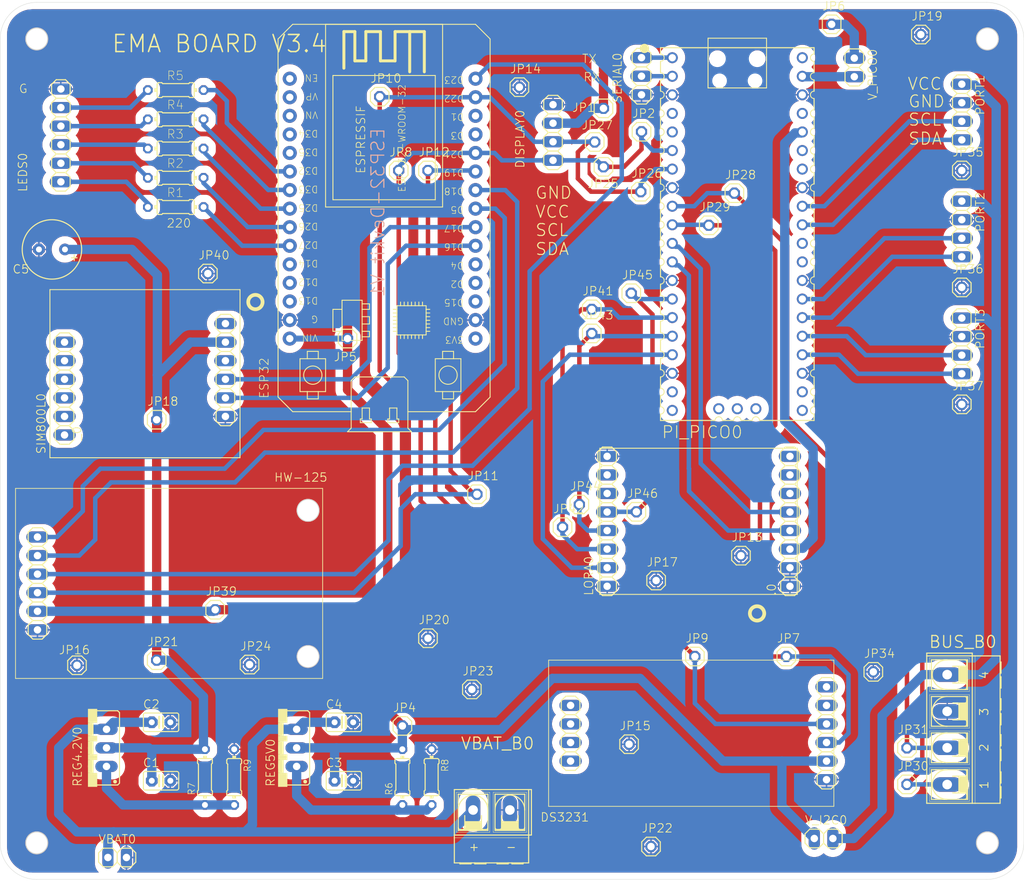
<source format=kicad_pcb>
(kicad_pcb (version 20241229) (generator "pcbnew") (generator_version "9.0")
  (layers (0 "F.Cu" signal) (2 "B.Cu" signal) (13 "F.Paste" user) (15 "B.Paste" user) (5 "F.SilkS" user "F.Silkscreen") (7 "B.SilkS" user "B.Silkscreen") (1 "F.Mask" user) (3 "B.Mask" user) (25 "Edge.Cuts" user))
  (net 0 "")
  (net 1 "N$1")
  (net 2 "N$2")
  (net 3 "N$3")
  (net 4 "N$4")
  (net 5 "N$5")
  (net 6 "N$6")
  (net 7 "N$7")
  (net 8 "N$8")
  (net 9 "N$9")
  (net 10 "N$10")
  (net 11 "GND")
  (net 12 "VCC")
  (net 13 "SCL")
  (net 14 "N$18")
  (net 15 "N$19")
  (net 16 "SDA")
  (net 17 "3V3")
  (net 18 "SCK")
  (net 19 "MISO")
  (net 20 "MOSI")
  (net 21 "CS")
  (net 22 "RX")
  (net 23 "TX")
  (net 24 "DSCK")
  (net 25 "DMOSI")
  (net 26 "DRST")
  (net 27 "DCS")
  (net 28 "N$11")
  (net 29 "N$13")
  (net 30 "N$14")
  (net 31 "N$15")
  (net 32 "N$16")
  (net 33 "N$21")
  (net 34 "N$22")
  (net 35 "VREG")
  (net 36 "VIN")
  (net 37 "DMISO")
  (net 38 "N$27")
  (net 39 "N$29")
  (net 40 "DIO0")
  (net 41 "SCL2")
  (net 42 "SDA3")
  (net 43 "SCL3")
  (net 44 "SDA4")
  (net 45 "SCL4")
  (net 46 "SDA5")
  (net 47 "SCL5")
  (net 48 "SDA6")
  (net 49 "SCL6")
  (net 50 "SDA7")
  (net 51 "SCL7")
  (net 52 "SDA2")
  (net 53 "VBUS")
  (net 54 "SWGND")
  (net 55 "VCC3")
  (net 56 "VCC2")
  (net 57 "N$12")
  (net 58 "N$17")
  (footprint "board:1X06_325" (layer "F.Cu") (at 86.8011 63.2036 90)
    (property "Reference" "LEDS0")
    (property "Value" "")
  )
  (footprint "board:0204_7_334" (layer "F.Cu") (at 102.5011 73.0036)
    (property "Reference" "R1")
    (property "Value" "220")
  )
  (footprint "board:1X01_325" (layer "F.Cu") (at 159.4011 90.3036)
    (property "Reference" "JP43")
    (property "Value" "")
  )
  (footprint "board:1X01_325" (layer "F.Cu") (at 164.8011 84.8036)
    (property "Reference" "JP45")
    (property "Value" "")
  )
  (footprint "board:0204_7_334" (layer "F.Cu") (at 110.5011 151.0036 -90)
    (property "Reference" "R9")
    (property "Value" "510")
  )
  (footprint "board:1X04_325" (layer "F.Cu") (at 154.1011 62.8036 90)
    (property "Reference" "DISPLAY0")
    (property "Value" "")
  )
  (footprint "board:1X01_325" (layer "F.Cu") (at 112.6011 135.6036)
    (property "Reference" "JP24")
    (property "Value" "")
  )
  (footprint "board:C2.5-2_116" (layer "F.Cu") (at 125.5011 151.5036)
    (property "Reference" "C3")
    (property "Value" "1uF")
  )
  (footprint "board:0204_7_334" (layer "F.Cu") (at 133.5011 151.0036 90)
    (property "Reference" "R6")
    (property "Value" "330")
  )
  (footprint "board:ESP32-DEVKITV1" (layer "F.Cu") (at 143.5011 91.0036 90)
    (property "Reference" "ESP32")
    (property "Value" "ESP32DEVKITV1" (hide yes))
  )
  (footprint "board:0204_7_334" (layer "F.Cu") (at 102.5011 69.0036)
    (property "Reference" "R2")
    (property "Value" "220")
  )
  (footprint "board:1X01_325" (layer "F.Cu") (at 155.4011 116.8036)
    (property "Reference" "JP42")
    (property "Value" "")
  )
  (footprint "board:1X02_325" (layer "F.Cu") (at 195.3011 53.9036 -90)
    (property "Reference" "V_PICO0")
    (property "Value" "")
  )
  (footprint "board:PICO-PKG-TH" (layer "F.Cu") (at 179.3011 76.7036)
    (property "Reference" "PI_PICO0")
    (property "Value" "RASPBERRY_PICOTH")
  )
  (footprint "board:1X01_325" (layer "F.Cu") (at 99.9011 135.0036)
    (property "Reference" "JP21")
    (property "Value" "")
  )
  (footprint "board:1X02_325" (layer "F.Cu") (at 191.1011 159.4036)
    (property "Reference" "V_I2C0")
    (property "Value" "")
  )
  (footprint "board:1X03_325" (layer "F.Cu") (at 166.2011 55.1036 -90)
    (property "Reference" "SERIAL0")
    (property "Value" "")
  )
  (footprint "board:1X04_325" (layer "F.Cu") (at 210.0011 76.0036 -90)
    (property "Reference" "PORT2")
    (property "Value" "")
  )
  (footprint "board:1X01_325" (layer "F.Cu") (at 202.5011 152.0036)
    (property "Reference" "JP30")
    (property "Value" "")
  )
  (footprint "board:1X06_325" (layer "F.Cu") (at 83.6011 124.5036 -90)
    (property "Reference" "HW-125")
    (property "Value" "")
  )
  (footprint "board:1X01_325" (layer "F.Cu") (at 107.9011 128.1036)
    (property "Reference" "JP39")
    (property "Value" "")
  )
  (footprint "board:1X01_325" (layer "F.Cu") (at 166.2011 62.7036)
    (property "Reference" "JP2")
    (property "Value" "")
  )
  (footprint "board:317TS_409" (layer "F.Cu") (at 116.5011 147.0036 90)
    (property "Reference" "REG5V0")
    (property "Value" "LM350")
  )
  (footprint "board:1X01_325" (layer "F.Cu") (at 186.0011 134.5036)
    (property "Reference" "JP7")
    (property "Value" "")
  )
  (footprint "board:1X01_325" (layer "F.Cu") (at 173.5011 134.5036)
    (property "Reference" "JP9")
    (property "Value" "")
  )
  (footprint "board:1X01_325" (layer "F.Cu") (at 164.5011 146.5036)
    (property "Reference" "JP15")
    (property "Value" "")
  )
  (footprint "board:1X01_325" (layer "F.Cu") (at 157.7011 113.7036)
    (property "Reference" "JP44")
    (property "Value" "")
  )
  (footprint "board:1X01_325" (layer "F.Cu") (at 137.0011 132.0036)
    (property "Reference" "JP20")
    (property "Value" "")
  )
  (footprint "board:1X01_325" (layer "F.Cu") (at 159.8011 64.1036)
    (property "Reference" "JP27")
    (property "Value" "")
  )
  (footprint "board:0204_7_334" (layer "F.Cu") (at 102.5011 61.0036)
    (property "Reference" "R4")
    (property "Value" "220")
  )
  (footprint "board:317TS_409" (layer "F.Cu") (at 90.5011 147.0036 90)
    (property "Reference" "REG4.2V0")
    (property "Value" "LM350")
  )
  (footprint "board:1X01_325" (layer "F.Cu") (at 161.0011 59.5036)
    (property "Reference" "JP1")
    (property "Value" "")
  )
  (footprint "board:E3,5-8_334" (layer "F.Cu") (at 85.5791 78.8036 180)
    (property "Reference" "C5")
    (property "Value" "470uF")
  )
  (footprint "board:1X01_325" (layer "F.Cu") (at 167.5011 160.5036)
    (property "Reference" "JP22")
    (property "Value" "")
  )
  (footprint "board:1X01_325" (layer "F.Cu") (at 161.0011 67.5036)
    (property "Reference" "JP25")
    (property "Value" "")
  )
  (footprint "board:1X01_325" (layer "F.Cu") (at 210.0011 100.0036)
    (property "Reference" "JP37")
    (property "Value" "")
  )
  (footprint "board:0204_7_334" (layer "F.Cu") (at 137.5011 151.0036 -90)
    (property "Reference" "R8")
    (property "Value" "1k")
  )
  (footprint "board:1X01_325" (layer "F.Cu") (at 133.0011 68.0036)
    (property "Reference" "JP8")
    (property "Value" "")
  )
  (footprint "board:C2.5-2_116" (layer "F.Cu") (at 125.5011 143.5036)
    (property "Reference" "C4")
    (property "Value" "0.1uF")
  )
  (footprint "board:1X06_325" (layer "F.Cu") (at 87.3011 97.8436 90)
    (property "Reference" "_0")
    (property "Value" "")
  )
  (footprint "board:AK500_4-H_181" (layer "F.Cu") (at 208.0011 144.5036 90)
    (property "Reference" "BUS_B0")
    (property "Value" "")
  )
  (footprint "board:1X01_325" (layer "F.Cu") (at 197.9011 136.6036)
    (property "Reference" "JP34")
    (property "Value" "")
  )
  (footprint "board:1X01_325" (layer "F.Cu") (at 168.2011 124.1036)
    (property "Reference" "JP17")
    (property "Value" "")
  )
  (footprint "board:1X01_325" (layer "F.Cu") (at 133.5011 144.0036)
    (property "Reference" "JP4")
    (property "Value" "")
  )
  (footprint "board:1X01_325" (layer "F.Cu") (at 204.4011 49.4036)
    (property "Reference" "JP19")
    (property "Value" "")
  )
  (footprint "board:1X01_325" (layer "F.Cu") (at 89.0011 135.7036)
    (property "Reference" "JP16")
    (property "Value" "")
  )
  (footprint "board:1X08_325" (layer "F.Cu") (at 161.5011 116.0036 90)
    (property "Reference" "LORA0")
    (property "Value" "")
  )
  (footprint "board:1X01_325" (layer "F.Cu") (at 210.0011 68.0036)
    (property "Reference" "JP35")
    (property "Value" "")
  )
  (footprint "board:1X01_325" (layer "F.Cu") (at 202.5011 147.0036)
    (property "Reference" "JP31")
    (property "Value" "")
  )
  (footprint "board:1X01_325" (layer "F.Cu") (at 159.4011 87.0036)
    (property "Reference" "JP41")
    (property "Value" "")
  )
  (footprint "board:1X04_325" (layer "F.Cu") (at 156.5011 145.0036 90)
    (property "Reference" "JP3" (hide yes))
    (property "Value" "")
  )
  (footprint "board:1X01_325" (layer "F.Cu") (at 175.4011 75.5036)
    (property "Reference" "JP29")
    (property "Value" "")
  )
  (footprint "board:1X01_325" (layer "F.Cu") (at 192.2011 48.0036)
    (property "Reference" "JP6")
    (property "Value" "")
  )
  (footprint "board:0204_7_334" (layer "F.Cu") (at 106.5011 151.0036 90)
    (property "Reference" "R7")
    (property "Value" "220")
  )
  (footprint "board:1X06_325" (layer "F.Cu") (at 109.3011 95.3036 -90)
    (property "Reference" "SIM800L0")
    (property "Value" "")
  )
  (footprint "board:1X01_325" (layer "F.Cu") (at 126.0011 91.0036 180)
    (property "Reference" "JP5")
    (property "Value" "")
  )
  (footprint "board:1X01_325" (layer "F.Cu") (at 106.9011 82.1036)
    (property "Reference" "JP40")
    (property "Value" "")
  )
  (footprint "board:1X01_325" (layer "F.Cu") (at 143.7011 112.3036)
    (property "Reference" "JP11")
    (property "Value" "")
  )
  (footprint "board:1X01_325" (layer "F.Cu") (at 165.5011 114.7036)
    (property "Reference" "JP46")
    (property "Value" "")
  )
  (footprint "board:1X02_325" (layer "F.Cu") (at 94.5011 162.0036)
    (property "Reference" "VBAT0")
    (property "Value" "")
  )
  (footprint "board:0204_7_334" (layer "F.Cu") (at 102.5011 65.0036)
    (property "Reference" "R3")
    (property "Value" "220")
  )
  (footprint "board:1X01_325" (layer "F.Cu") (at 179.8011 120.7036)
    (property "Reference" "JP13")
    (property "Value" "")
  )
  (footprint "board:C2.5-2_116" (layer "F.Cu") (at 100.5011 143.5036)
    (property "Reference" "C2")
    (property "Value" "0.1uF")
  )
  (footprint "board:1X01_325" (layer "F.Cu") (at 143.0011 139.0036)
    (property "Reference" "JP23")
    (property "Value" "")
  )
  (footprint "board:1X06_325" (layer "F.Cu") (at 191.5011 145.0036 -90)
    (property "Reference" "DS3231")
    (property "Value" "")
  )
  (footprint "board:1X01_325" (layer "F.Cu") (at 99.9011 102.1036)
    (property "Reference" "JP18")
    (property "Value" "")
  )
  (footprint "board:1X01_325" (layer "F.Cu") (at 178.9011 71.1036)
    (property "Reference" "JP28")
    (property "Value" "")
  )
  (footprint "board:1X04_325" (layer "F.Cu") (at 210.0011 60.0036 -90)
    (property "Reference" "PORT1")
    (property "Value" "")
  )
  (footprint "board:1X08_325" (layer "F.Cu") (at 186.5011 116.0036 90)
    (property "Reference" ".0")
    (property "Value" "")
  )
  (footprint "board:1X01_325" (layer "F.Cu") (at 210.0011 84.0036)
    (property "Reference" "JP36")
    (property "Value" "")
  )
  (footprint "board:1X01_325" (layer "F.Cu") (at 166.1011 70.9036)
    (property "Reference" "JP26")
    (property "Value" "")
  )
  (footprint "board:C2.5-2_116" (layer "F.Cu") (at 100.5011 151.5036)
    (property "Reference" "C1")
    (property "Value" "1uF")
  )
  (footprint "board:1X01_325" (layer "F.Cu") (at 130.4011 57.9036)
    (property "Reference" "JP10")
    (property "Value" "")
  )
  (footprint "board:1X04_325" (layer "F.Cu") (at 210.0011 92.0036 -90)
    (property "Reference" "PORT3")
    (property "Value" "")
  )
  (footprint "board:1X01_325" (layer "F.Cu") (at 137.0011 68.0036)
    (property "Reference" "JP12")
    (property "Value" "")
  )
  (footprint "board:AK500_2-H" (layer "F.Cu") (at 145.6865 155.5036)
    (property "Reference" "VBAT_B0")
    (property "Value" "")
  )
  (footprint "board:1X01_325" (layer "F.Cu") (at 149.5011 56.6036)
    (property "Reference" "JP14")
    (property "Value" "")
  )
  (footprint "board:0204_7_334" (layer "F.Cu") (at 102.5011 57.0036)
    (property "Reference" "R5")
    (property "Value" "220")
  )
  (gr_line (start 160.5011 106.0036) (end 187.5011 106.0036) (stroke (width 0.127)) (layer "F.SilkS"))
  (gr_line (start 80.6011 137.5036) (end 80.6011 111.5036) (stroke (width 0.1016)) (layer "F.SilkS"))
  (gr_line (start 187.5011 126.0036) (end 160.5011 126.0036) (stroke (width 0.127)) (layer "F.SilkS"))
  (gr_line (start 111.3011 84.3036) (end 85.3011 84.3036) (stroke (width 0.127)) (layer "F.SilkS"))
  (gr_line (start 85.3011 107.3036) (end 111.3011 107.3036) (stroke (width 0.127)) (layer "F.SilkS"))
  (gr_line (start 160.5011 126.0036) (end 160.5011 106.0036) (stroke (width 0.127)) (layer "F.SilkS"))
  (gr_line (start 122.6011 111.5036) (end 80.6011 111.5036) (stroke (width 0.1016)) (layer "F.SilkS"))
  (gr_line (start 85.3011 84.3036) (end 85.3011 107.3036) (stroke (width 0.127)) (layer "F.SilkS"))
  (gr_circle (center 182.0011 128.6036) (end 182.985984 128.6036) (stroke (width 0.508)) (fill no) (layer "F.SilkS"))
  (gr_circle (center 113.4011 86.0036) (end 114.385984 86.0036) (stroke (width 0.508)) (fill no) (layer "F.SilkS"))
  (gr_line (start 122.6011 137.5036) (end 80.6011 137.5036) (stroke (width 0.1016)) (layer "F.SilkS"))
  (gr_line (start 153.5011 135.0036) (end 153.5011 155.0036) (stroke (width 0.1016)) (layer "F.SilkS"))
  (gr_line (start 153.5011 155.0036) (end 192.5011 155.0036) (stroke (width 0.1016)) (layer "F.SilkS"))
  (gr_line (start 187.5011 106.0036) (end 187.5011 126.0036) (stroke (width 0.127)) (layer "F.SilkS"))
  (gr_line (start 122.6011 111.5036) (end 122.6011 137.5036) (stroke (width 0.1016)) (layer "F.SilkS"))
  (gr_line (start 111.3011 107.3036) (end 111.3011 84.3036) (stroke (width 0.127)) (layer "F.SilkS"))
  (gr_line (start 192.5011 135.0036) (end 153.5011 135.0036) (stroke (width 0.1016)) (layer "F.SilkS"))
  (gr_line (start 192.5011 135.0036) (end 192.5011 155.0036) (stroke (width 0.1016)) (layer "F.SilkS"))
  (gr_arc (start 218.5011 159.882289) (mid 217.001102 163.503603) (end 213.379787 165.0036) (stroke (width 0.05)) (layer "Edge.Cuts"))
  (gr_arc (start 213.379787 45.0036) (mid 217.001102 46.503598) (end 218.5011 50.124913) (stroke (width 0.05)) (layer "Edge.Cuts"))
  (gr_circle (center 213.5011 160.0036) (end 215.0011 160.0036) (stroke (width 0.127)) (fill no) (layer "Edge.Cuts"))
  (gr_line (start 213.379787 45.0036) (end 83.5011 45.0036) (stroke (width 0.05)) (layer "Edge.Cuts"))
  (gr_circle (center 83.5011 50.0036) (end 85.0011 50.0036) (stroke (width 0.127)) (fill no) (layer "Edge.Cuts"))
  (gr_line (start 78.5011 50.0036) (end 78.5011 160.0036) (stroke (width 0.05)) (layer "Edge.Cuts"))
  (gr_arc (start 83.5011 165.0036) (mid 79.965566 163.539134) (end 78.5011 160.0036) (stroke (width 0.05)) (layer "Edge.Cuts"))
  (gr_circle (center 120.6011 134.5036) (end 122.1011 134.5036) (stroke (width 0.1016)) (fill no) (layer "Edge.Cuts"))
  (gr_circle (center 83.5011 160.0036) (end 85.0011 160.0036) (stroke (width 0.127)) (fill no) (layer "Edge.Cuts"))
  (gr_arc (start 78.5011 50.0036) (mid 79.965566 46.468066) (end 83.5011 45.0036) (stroke (width 0.05)) (layer "Edge.Cuts"))
  (gr_line (start 218.5011 159.882288) (end 218.5011 50.124913) (stroke (width 0.05)) (layer "Edge.Cuts"))
  (gr_circle (center 213.5011 50.0036) (end 215.0011 50.0036) (stroke (width 0.127)) (fill no) (layer "Edge.Cuts"))
  (gr_circle (center 120.6011 114.5036) (end 122.1011 114.5036) (stroke (width 0.1016)) (fill no) (layer "Edge.Cuts"))
  (gr_line (start 83.5011 165.0036) (end 213.379787 165.0036) (stroke (width 0.05)) (layer "Edge.Cuts"))
  (gr_text "SCL" (at 151.6011 77.1036 0) (layer "F.SilkS") (effects (font (size 1.63576 1.63576) (thickness 0.14224)) (justify left bottom)))
  (gr_text "SDA" (at 202.6011 64.6036 0) (layer "F.SilkS") (effects (font (size 1.63576 1.63576) (thickness 0.14224)) (justify left bottom)))
  (gr_text "RX" (at 158.2011 55.9036 0) (layer "F.SilkS") (effects (font (size 1.1684 1.1684) (thickness 0.1016)) (justify left bottom)))
  (gr_text "SDA" (at 151.6011 79.7036 0) (layer "F.SilkS") (effects (font (size 1.63576 1.63576) (thickness 0.14224)) (justify left bottom)))
  (gr_text "VCC" (at 202.5011 57.1036 0) (layer "F.SilkS") (effects (font (size 1.63576 1.63576) (thickness 0.14224)) (justify left bottom)))
  (gr_text "SCL" (at 202.6011 62.0036 0) (layer "F.SilkS") (effects (font (size 1.63576 1.63576) (thickness 0.14224)) (justify left bottom)))
  (gr_text "G" (at 81.0011 57.5036 0) (layer "F.SilkS") (effects (font (size 1.1684 1.1684) (thickness 0.1016)) (justify left bottom)))
  (gr_text "VCC" (at 151.6011 74.6036 0) (layer "F.SilkS") (effects (font (size 1.63576 1.63576) (thickness 0.14224)) (justify left bottom)))
  (gr_text "GND" (at 151.6011 72.0036 0) (layer "F.SilkS") (effects (font (size 1.63576 1.63576) (thickness 0.14224)) (justify left bottom)))
  (gr_text "TX" (at 158.0011 53.4036 0) (layer "F.SilkS") (effects (font (size 1.1684 1.1684) (thickness 0.1016)) (justify left bottom)))
  (gr_text "EMA BOARD V3.4" (at 93.6395 52.0244 0) (layer "F.SilkS") (effects (font (size 2.3368 2.3368) (thickness 0.2032)) (justify left bottom)))
  (gr_text "220" (at 101.2011 75.9036 0) (layer "F.SilkS") (effects (font (size 1.1684 1.1684) (thickness 0.1016)) (justify left bottom)))
  (gr_text "GND" (at 202.6011 59.5036 0) (layer "F.SilkS") (effects (font (size 1.63576 1.63576) (thickness 0.14224)) (justify left bottom)))
  (segment (start 116.1211 68.1236) (end 109.5011 61.5036) (width 0.6096) (layer "B.Cu") (net 6))
  (segment (start 118.0811 68.1236) (end 116.1211 68.1236) (width 0.6096) (layer "B.Cu") (net 6))
  (segment (start 108.0011 57.0036) (end 106.3111 57.0036) (width 0.6096) (layer "B.Cu") (net 6))
  (segment (start 109.5011 58.5036) (end 108.0011 57.0036) (width 0.6096) (layer "B.Cu") (net 6))
  (segment (start 118.0811 68.1236) (end 118.1011 68.1436) (width 0.508) (layer "B.Cu") (net 6))
  (segment (start 109.5011 61.5036) (end 109.5011 58.5036) (width 0.6096) (layer "B.Cu") (net 6))
  (segment (start 106.3111 61.8136) (end 106.3111 61.0036) (width 0.6096) (layer "B.Cu") (net 7))
  (segment (start 115.1611 70.6636) (end 106.3111 61.8136) (width 0.6096) (layer "B.Cu") (net 7))
  (segment (start 118.0811 70.6636) (end 118.1011 70.6836) (width 0.508) (layer "B.Cu") (net 7))
  (segment (start 118.0811 70.6636) (end 115.1611 70.6636) (width 0.6096) (layer "B.Cu") (net 7))
  (segment (start 111.4011 70.5036) (end 111.7011 70.8036) (width 0.6096) (layer "B.Cu") (net 8))
  (segment (start 111.7011 70.8036) (end 114.1211 73.2236) (width 0.6096) (layer "B.Cu") (net 8))
  (segment (start 106.3111 65.0036) (end 106.3111 65.4136) (width 0.6096) (layer "B.Cu") (net 8))
  (segment (start 106.3111 65.4136) (end 111.4011 70.5036) (width 0.6096) (layer "B.Cu") (net 8))
  (segment (start 114.1211 73.2236) (end 118.1011 73.2236) (width 0.6096) (layer "B.Cu") (net 8))
  (segment (start 112.3411 75.7436) (end 106.3111 69.7136) (width 0.6096) (layer "B.Cu") (net 9))
  (segment (start 106.3111 69.7136) (end 106.3111 69.0036) (width 0.6096) (layer "B.Cu") (net 9))
  (segment (start 118.0811 75.7436) (end 118.1011 75.7636) (width 0.508) (layer "B.Cu") (net 9))
  (segment (start 118.0811 75.7436) (end 112.3411 75.7436) (width 0.6096) (layer "B.Cu") (net 9))
  (segment (start 106.3111 73.0036) (end 106.3111 73.0136) (width 0.6096) (layer "B.Cu") (net 10))
  (segment (start 106.3111 73.0136) (end 111.6011 78.3036) (width 0.6096) (layer "B.Cu") (net 10))
  (segment (start 111.6011 78.3036) (end 118.1011 78.3036) (width 0.6096) (layer "B.Cu") (net 10))
  (segment (start 130.5011 48.0036) (end 158.0011 48.0036) (width 1.27) (layer "F.Cu") (net 12))
  (segment (start 131.5011 142.0036) (end 133.5011 144.0036) (width 1.27) (layer "F.Cu") (net 12))
  (segment (start 131.5011 128.1036) (end 131.5011 142.0036) (width 1.27) (layer "F.Cu") (net 12))
  (segment (start 158.0011 48.0036) (end 192.2011 48.0036) (width 1.27) (layer "F.Cu") (net 12))
  (segment (start 158.0011 48.0036) (end 161.0011 51.0036) (width 1.27) (layer "F.Cu") (net 12))
  (segment (start 126.0011 52.5036) (end 126.0011 91.0036) (width 1.27) (layer "F.Cu") (net 12))
  (segment (start 126.0011 91.0036) (end 126.0011 98.0036) (width 1.27) (layer "F.Cu") (net 12))
  (segment (start 126.0011 98.0036) (end 131.5011 103.5036) (width 1.27) (layer "F.Cu") (net 12))
  (segment (start 130.5011 48.0036) (end 126.0011 52.5036) (width 1.27) (layer "F.Cu") (net 12))
  (segment (start 131.5011 103.5036) (end 131.5011 128.1036) (width 1.27) (layer "F.Cu") (net 12))
  (segment (start 131.5011 128.1036) (end 107.9011 128.1036) (width 1.27) (layer "F.Cu") (net 12))
  (segment (start 161.0011 51.0036) (end 161.0011 59.5036) (width 1.27) (layer "F.Cu") (net 12))
  (segment (start 161.0011 59.5036) (end 159.5011 59.5036) (width 1.27) (layer "B.Cu") (net 12))
  (segment (start 185.4011 148.8136) (end 191.5011 148.8136) (width 1.27) (layer "B.Cu") (net 12))
  (segment (start 195.3011 49.3036) (end 195.3011 52.6336) (width 1.27) (layer "B.Cu") (net 12))
  (segment (start 157.4711 61.5336) (end 154.1011 61.5336) (width 1.27) (layer "B.Cu") (net 12))
  (segment (start 124.2311 147.2736) (end 124.5011 147.0036) (width 1.27) (layer "B.Cu") (net 12))
  (segment (start 124.2311 151.5036) (end 124.2311 147.2736) (width 1.27) (layer "B.Cu") (net 12))
  (segment (start 147.0011 144.5036) (end 134.0011 144.5036) (width 1.27) (layer "B.Cu") (net 12))
  (segment (start 166.0011 137.5036) (end 177.3111 148.8136) (width 1.27) (layer "B.Cu") (net 12))
  (segment (start 192.2011 48.0036) (end 194.0011 48.0036) (width 1.27) (layer "B.Cu") (net 12))
  (segment (start 107.6911 128.3136) (end 83.6011 128.3136) (width 1.27) (layer "B.Cu") (net 12))
  (segment (start 185.4011 154.9736) (end 189.8311 159.4036) (width 1.27) (layer "B.Cu") (net 12))
  (segment (start 159.5011 59.5036) (end 157.4711 61.5336) (width 1.27) (layer "B.Cu") (net 12))
  (segment (start 154.0011 137.5036) (end 166.0011 137.5036) (width 1.27) (layer "B.Cu") (net 12))
  (segment (start 107.9011 128.1036) (end 107.6911 128.3136) (width 1.27) (layer "B.Cu") (net 12))
  (segment (start 177.3111 148.8136) (end 185.4011 148.8136) (width 1.27) (layer "B.Cu") (net 12))
  (segment (start 119.0411 147.0036) (end 124.5011 147.0036) (width 1.27) (layer "B.Cu") (net 12))
  (segment (start 133.3111 147.0036) (end 133.5011 147.1936) (width 1.27) (layer "B.Cu") (net 12))
  (segment (start 133.5011 144.0036) (end 133.5011 147.1936) (width 1.27) (layer "B.Cu") (net 12))
  (segment (start 126.0011 91.0036) (end 118.1011 91.0036) (width 0.8128) (layer "B.Cu") (net 12))
  (segment (start 133.5011 144.0036) (end 134.0011 144.5036) (width 1.27) (layer "B.Cu") (net 12))
  (segment (start 194.0011 48.0036) (end 195.3011 49.3036) (width 1.27) (layer "B.Cu") (net 12))
  (segment (start 185.4011 148.8136) (end 185.4011 154.9736) (width 1.27) (layer "B.Cu") (net 12))
  (segment (start 147.0011 144.5036) (end 154.0011 137.5036) (width 1.27) (layer "B.Cu") (net 12))
  (segment (start 124.5011 147.0036) (end 133.3111 147.0036) (width 1.27) (layer "B.Cu") (net 12))
  (segment (start 136.0011 101.0036) (end 136.0011 113.2036) (width 0.6096) (layer "F.Cu") (net 13))
  (segment (start 136.0011 101.0036) (end 130.4011 95.4036) (width 0.6096) (layer "F.Cu") (net 13))
  (segment (start 158.9011 64.1036) (end 157.5011 65.5036) (width 0.6096) (layer "F.Cu") (net 13))
  (segment (start 159.8011 64.1036) (end 158.9011 64.1036) (width 0.6096) (layer "F.Cu") (net 13))
  (segment (start 170.5011 131.5036) (end 173.5011 134.5036) (width 0.6096) (layer "F.Cu") (net 13))
  (segment (start 130.4011 95.4036) (end 130.4011 57.9036) (width 0.6096) (layer "F.Cu") (net 13))
  (segment (start 157.5011 69.1036) (end 159.3011 70.9036) (width 0.6096) (layer "F.Cu") (net 13))
  (segment (start 159.3011 70.9036) (end 166.1011 70.9036) (width 0.6096) (layer "F.Cu") (net 13))
  (segment (start 136.0011 113.2036) (end 154.3011 131.5036) (width 0.6096) (layer "F.Cu") (net 13))
  (segment (start 157.5011 65.5036) (end 157.5011 69.1036) (width 0.6096) (layer "F.Cu") (net 13))
  (segment (start 154.3011 131.5036) (end 170.5011 131.5036) (width 0.6096) (layer "F.Cu") (net 13))
  (segment (start 159.7711 64.0736) (end 159.8011 64.1036) (width 0.6096) (layer "B.Cu") (net 13))
  (segment (start 173.5011 140.9036) (end 176.3311 143.7336) (width 0.6096) (layer "B.Cu") (net 13))
  (segment (start 151.5711 64.0736) (end 154.1011 64.0736) (width 0.6096) (layer "B.Cu") (net 13))
  (segment (start 176.3311 143.7336) (end 191.5011 143.7336) (width 0.6096) (layer "B.Cu") (net 13))
  (segment (start 154.1011 64.0736) (end 159.7711 64.0736) (width 0.6096) (layer "B.Cu") (net 13))
  (segment (start 173.5011 134.5036) (end 173.5011 140.9036) (width 0.6096) (layer "B.Cu") (net 13))
  (segment (start 166.1011 70.9036) (end 166.1011 69.8036) (width 0.6096) (layer "B.Cu") (net 13))
  (segment (start 143.5011 57.9836) (end 130.4811 57.9836) (width 0.6096) (layer "B.Cu") (net 13))
  (segment (start 168.0911 67.8136) (end 170.4111 67.8136) (width 0.6096) (layer "B.Cu") (net 13))
  (segment (start 145.4811 57.9836) (end 151.5711 64.0736) (width 0.6096) (layer "B.Cu") (net 13))
  (segment (start 143.5011 57.9836) (end 145.4811 57.9836) (width 0.6096) (layer "B.Cu") (net 13))
  (segment (start 130.4011 57.9036) (end 130.4811 57.9836) (width 0.6096) (layer "B.Cu") (net 13))
  (segment (start 166.1011 69.8036) (end 168.0911 67.8136) (width 0.6096) (layer "B.Cu") (net 13))
  (segment (start 138.0011 98.0036) (end 133.0011 93.0036) (width 0.6096) (layer "F.Cu") (net 16))
  (segment (start 138.0011 98.0036) (end 138.0011 112.0036) (width 0.6096) (layer "F.Cu") (net 16))
  (segment (start 133.0011 93.0036) (end 133.0011 68.0036) (width 0.6096) (layer "F.Cu") (net 16))
  (segment (start 161.0011 67.5036) (end 163.8011 67.5036) (width 0.6096) (layer "F.Cu") (net 16))
  (segment (start 163.8011 67.5036) (end 166.2011 65.1036) (width 0.6096) (layer "F.Cu") (net 16))
  (segment (start 155.8011 129.8036) (end 176.3011 129.8036) (width 0.6096) (layer "F.Cu") (net 16))
  (segment (start 176.3011 129.8036) (end 181.0011 134.5036) (width 0.6096) (layer "F.Cu") (net 16))
  (segment (start 166.2011 65.1036) (end 166.2011 62.7036) (width 0.6096) (layer "F.Cu") (net 16))
  (segment (start 138.0011 112.0036) (end 155.8011 129.8036) (width 0.6096) (layer "F.Cu") (net 16))
  (segment (start 181.0011 134.5036) (end 186.0011 134.5036) (width 0.6096) (layer "F.Cu") (net 16))
  (segment (start 146.1011 65.6036) (end 143.5011 65.6036) (width 0.6096) (layer "B.Cu") (net 16))
  (segment (start 133.0011 68.0036) (end 133.0011 67.5036) (width 0.6096) (layer "B.Cu") (net 16))
  (segment (start 147.1111 66.6136) (end 154.1011 66.6136) (width 0.6096) (layer "B.Cu") (net 16))
  (segment (start 194.5011 145.0036) (end 194.5011 137.0036) (width 0.6096) (layer "B.Cu") (net 16))
  (segment (start 133.0011 67.5036) (end 134.9011 65.6036) (width 0.6096) (layer "B.Cu") (net 16))
  (segment (start 193.2311 146.2736) (end 191.5011 146.2736) (width 0.6096) (layer "B.Cu") (net 16))
  (segment (start 166.2011 62.7036) (end 166.2011 63.7036) (width 0.6096) (layer "B.Cu") (net 16))
  (segment (start 147.1111 66.6136) (end 146.1011 65.6036) (width 0.6096) (layer "B.Cu") (net 16))
  (segment (start 166.2011 63.7036) (end 167.7711 65.2736) (width 0.6096) (layer "B.Cu") (net 16))
  (segment (start 194.5011 145.0036) (end 193.2311 146.2736) (width 0.6096) (layer "B.Cu") (net 16))
  (segment (start 154.1011 66.6136) (end 160.1111 66.6136) (width 0.6096) (layer "B.Cu") (net 16))
  (segment (start 167.7711 65.2736) (end 170.4111 65.2736) (width 0.6096) (layer "B.Cu") (net 16))
  (segment (start 160.1111 66.6136) (end 161.0011 67.5036) (width 0.6096) (layer "B.Cu") (net 16))
  (segment (start 194.5011 137.0036) (end 192.0011 134.5036) (width 0.6096) (layer "B.Cu") (net 16))
  (segment (start 134.9011 65.6036) (end 143.5011 65.6036) (width 0.6096) (layer "B.Cu") (net 16))
  (segment (start 192.0011 134.5036) (end 186.0011 134.5036) (width 0.6096) (layer "B.Cu") (net 16))
  (segment (start 185.7861 64.277413) (end 185.7861 102.2241) (width 1.27) (layer "B.Cu") (net 17))
  (segment (start 187.194912 62.8686) (end 185.7861 64.277413) (width 1.27) (layer "B.Cu") (net 17))
  (segment (start 188.2626 119.6866) (end 186.6281 119.6866) (width 1.27) (layer "B.Cu") (net 17))
  (segment (start 185.7861 102.2241) (end 189.6761 106.1141) (width 1.27) (layer "B.Cu") (net 17))
  (segment (start 189.6761 106.1141) (end 189.6761 118.2731) (width 1.27) (layer "B.Cu") (net 17))
  (segment (start 188.1911 62.7336) (end 188.0561 62.8686) (width 1.27) (layer "B.Cu") (net 17))
  (segment (start 188.0561 62.8686) (end 187.194912 62.8686) (width 1.27) (layer "B.Cu") (net 17))
  (segment (start 189.6761 118.2731) (end 188.2626 119.6866) (width 1.27) (layer "B.Cu") (net 17))
  (segment (start 186.6281 119.6866) (end 186.5011 119.8136) (width 1.27) (layer "B.Cu") (net 17))
  (segment (start 91.5011 112.843338) (end 91.5011 118.5036) (width 0.6096) (layer "B.Cu") (net 18))
  (segment (start 149.2011 72.3036) (end 149.2011 97.8036) (width 0.6096) (layer "B.Cu") (net 18))
  (segment (start 147.5811 70.6836) (end 149.2011 72.3036) (width 0.6096) (layer "B.Cu") (net 18))
  (segment (start 91.5011 118.5036) (end 89.3111 120.6936) (width 0.6096) (layer "B.Cu") (net 18))
  (segment (start 140.4011 106.6036) (end 114.7011 106.6036) (width 0.6096) (layer "B.Cu") (net 18))
  (segment (start 143.5011 70.6836) (end 147.5811 70.6836) (width 0.6096) (layer "B.Cu") (net 18))
  (segment (start 93.669237 110.6752) (end 91.5011 112.843338) (width 0.6096) (layer "B.Cu") (net 18))
  (segment (start 110.6295 110.6752) (end 93.669237 110.6752) (width 0.6096) (layer "B.Cu") (net 18))
  (segment (start 89.3111 120.6936) (end 83.6011 120.6936) (width 0.6096) (layer "B.Cu") (net 18))
  (segment (start 114.7011 106.6036) (end 110.6295 110.6752) (width 0.6096) (layer "B.Cu") (net 18))
  (segment (start 149.2011 97.8036) (end 140.4011 106.6036) (width 0.6096) (layer "B.Cu") (net 18))
  (segment (start 143.3011 112.3036) (end 143.7011 112.3036) (width 0.6096) (layer "F.Cu") (net 19))
  (segment (start 140.1011 94.6036) (end 140.1011 109.1036) (width 0.6096) (layer "F.Cu") (net 19))
  (segment (start 137.0011 91.5036) (end 137.0011 68.0036) (width 0.6096) (layer "F.Cu") (net 19))
  (segment (start 140.1011 94.6036) (end 137.0011 91.5036) (width 0.6096) (layer "F.Cu") (net 19))
  (segment (start 140.1011 109.1036) (end 143.3011 112.3036) (width 0.6096) (layer "F.Cu") (net 19))
  (segment (start 126.870837 125.7736) (end 83.6011 125.7736) (width 0.6096) (layer "B.Cu") (net 19))
  (segment (start 135.2727 112.3036) (end 133.2727 114.3036) (width 0.6096) (layer "B.Cu") (net 19))
  (segment (start 133.2727 119.371738) (end 126.870837 125.7736) (width 0.6096) (layer "B.Cu") (net 19))
  (segment (start 133.2727 114.3036) (end 133.2727 119.371738) (width 0.6096) (layer "B.Cu") (net 19))
  (segment (start 143.5011 68.1436) (end 143.3611 68.0036) (width 0.6096) (layer "B.Cu") (net 19))
  (segment (start 143.3611 68.0036) (end 137.0011 68.0036) (width 0.6096) (layer "B.Cu") (net 19))
  (segment (start 143.7011 112.3036) (end 135.2727 112.3036) (width 0.6096) (layer "B.Cu") (net 19))
  (segment (start 126.9711 123.2336) (end 83.6011 123.2336) (width 0.6096) (layer "B.Cu") (net 20))
  (segment (start 150.9011 81.8036) (end 150.9011 100.6036) (width 0.6096) (layer "B.Cu") (net 20))
  (segment (start 131.6011 110.3036) (end 131.6011 118.6036) (width 0.6096) (layer "B.Cu") (net 20))
  (segment (start 131.6011 118.6036) (end 126.9711 123.2336) (width 0.6096) (layer "B.Cu") (net 20))
  (segment (start 163.5011 58.8036) (end 158.2011 53.5036) (width 0.6096) (layer "B.Cu") (net 20))
  (segment (start 158.2011 53.5036) (end 145.4411 53.5036) (width 0.6096) (layer "B.Cu") (net 20))
  (segment (start 145.4411 53.5036) (end 143.5011 55.4436) (width 0.6096) (layer "B.Cu") (net 20))
  (segment (start 163.5011 69.2036) (end 163.5011 58.8036) (width 0.6096) (layer "B.Cu") (net 20))
  (segment (start 143.1011 108.4036) (end 133.5011 108.4036) (width 0.6096) (layer "B.Cu") (net 20))
  (segment (start 163.5011 69.2036) (end 150.9011 81.8036) (width 0.6096) (layer "B.Cu") (net 20))
  (segment (start 133.5011 108.4036) (end 131.6011 110.3036) (width 0.6096) (layer "B.Cu") (net 20))
  (segment (start 150.9011 100.6036) (end 143.1011 108.4036) (width 0.6096) (layer "B.Cu") (net 20))
  (segment (start 92.2011 108.8036) (end 89.8011 111.2036) (width 0.6096) (layer "B.Cu") (net 21))
  (segment (start 143.5011 73.2236) (end 146.2211 73.2236) (width 0.6096) (layer "B.Cu") (net 21))
  (segment (start 89.8011 111.2036) (end 89.8011 114.6036) (width 0.6096) (layer "B.Cu") (net 21))
  (segment (start 147.5011 94.5036) (end 138.5011 103.5036) (width 0.6096) (layer "B.Cu") (net 21))
  (segment (start 89.8011 114.6036) (end 86.2511 118.1536) (width 0.6096) (layer "B.Cu") (net 21))
  (segment (start 146.2211 73.2236) (end 147.5011 74.5036) (width 0.6096) (layer "B.Cu") (net 21))
  (segment (start 147.5011 74.5036) (end 147.5011 94.5036) (width 0.6096) (layer "B.Cu") (net 21))
  (segment (start 138.5011 103.5036) (end 114.5011 103.5036) (width 0.6096) (layer "B.Cu") (net 21))
  (segment (start 86.2511 118.1536) (end 83.6011 118.1536) (width 0.6096) (layer "B.Cu") (net 21))
  (segment (start 109.2011 108.8036) (end 92.2011 108.8036) (width 0.6096) (layer "B.Cu") (net 21))
  (segment (start 114.5011 103.5036) (end 109.2011 108.8036) (width 0.6096) (layer "B.Cu") (net 21))
  (segment (start 126.4311 96.5736) (end 129.0011 94.0036) (width 0.6096) (layer "B.Cu") (net 22))
  (segment (start 131.8411 75.7636) (end 143.5011 75.7636) (width 0.6096) (layer "B.Cu") (net 22))
  (segment (start 129.0011 78.6036) (end 131.8411 75.7636) (width 0.6096) (layer "B.Cu") (net 22))
  (segment (start 129.0011 94.0036) (end 129.0011 78.6036) (width 0.6096) (layer "B.Cu") (net 22))
  (segment (start 109.3011 96.5736) (end 126.4311 96.5736) (width 0.6096) (layer "B.Cu") (net 22))
  (segment (start 109.3011 99.1136) (end 127.3911 99.1136) (width 0.6096) (layer "B.Cu") (net 23))
  (segment (start 127.3911 99.1136) (end 131.5011 95.0036) (width 0.6096) (layer "B.Cu") (net 23))
  (segment (start 131.5011 80.8036) (end 134.0011 78.3036) (width 0.6096) (layer "B.Cu") (net 23))
  (segment (start 131.5011 95.0036) (end 131.5011 80.8036) (width 0.6096) (layer "B.Cu") (net 23))
  (segment (start 134.0011 78.3036) (end 143.5011 78.3036) (width 0.6096) (layer "B.Cu") (net 23))
  (segment (start 167.7011 87.7036) (end 167.7011 112.5036) (width 0.6096) (layer "F.Cu") (net 24))
  (segment (start 167.7011 112.5036) (end 165.5011 114.7036) (width 0.6096) (layer "F.Cu") (net 24))
  (segment (start 164.8011 84.8036) (end 167.7011 87.7036) (width 0.6096) (layer "F.Cu") (net 24))
  (segment (start 165.5011 114.7036) (end 161.5311 114.7036) (width 0.6096) (layer "B.Cu") (net 24))
  (segment (start 161.5311 114.7036) (end 161.5011 114.7336) (width 0.6096) (layer "B.Cu") (net 24))
  (segment (start 164.8011 84.8036) (end 165.5911 85.5936) (width 0.6096) (layer "B.Cu") (net 24))
  (segment (start 165.5911 85.5936) (end 170.4111 85.5936) (width 0.6096) (layer "B.Cu") (net 24))
  (segment (start 158.0011 87.0036) (end 155.4011 89.6036) (width 0.6096) (layer "F.Cu") (net 25))
  (segment (start 159.4011 87.0036) (end 158.0011 87.0036) (width 0.6096) (layer "F.Cu") (net 25))
  (segment (start 155.4011 89.6036) (end 155.4011 116.8036) (width 0.6096) (layer "F.Cu") (net 25))
  (segment (start 155.4011 116.8036) (end 155.4011 117.80465) (width 0.6096) (layer "B.Cu") (net 25))
  (segment (start 162.0011 87.0036) (end 159.4011 87.0036) (width 0.6096) (layer "B.Cu") (net 25))
  (segment (start 170.4111 88.1336) (end 163.1311 88.1336) (width 0.6096) (layer "B.Cu") (net 25))
  (segment (start 155.4011 117.80465) (end 157.41005 119.8136) (width 0.6096) (layer "B.Cu") (net 25))
  (segment (start 163.1311 88.1336) (end 162.0011 87.0036) (width 0.6096) (layer "B.Cu") (net 25))
  (segment (start 157.41005 119.8136) (end 161.5011 119.8136) (width 0.6096) (layer "B.Cu") (net 25))
  (segment (start 172.7011 111.9036) (end 178.0711 117.2736) (width 0.6096) (layer "B.Cu") (net 26))
  (segment (start 172.6755 82.383788) (end 172.6755 108.77695) (width 0.6096) (layer "B.Cu") (net 26))
  (segment (start 172.7011 108.80255) (end 172.7011 111.9036) (width 0.6096) (layer "B.Cu") (net 26))
  (segment (start 172.6755 108.77695) (end 172.7011 108.80255) (width 0.6096) (layer "B.Cu") (net 26))
  (segment (start 170.8763 80.9788) (end 171.270512 80.9788) (width 0.6096) (layer "B.Cu") (net 26))
  (segment (start 178.0711 117.2736) (end 186.5011 117.2736) (width 0.6096) (layer "B.Cu") (net 26))
  (segment (start 171.270512 80.9788) (end 172.6755 82.383788) (width 0.6096) (layer "B.Cu") (net 26))
  (segment (start 170.4111 80.5136) (end 170.8763 80.9788) (width 0.6096) (layer "B.Cu") (net 26))
  (segment (start 156.6511 122.3536) (end 161.5011 122.3536) (width 0.6096) (layer "B.Cu") (net 27))
  (segment (start 156.3911 93.2136) (end 152.7011 96.9036) (width 0.6096) (layer "B.Cu") (net 27))
  (segment (start 152.7011 118.4036) (end 156.6511 122.3536) (width 0.6096) (layer "B.Cu") (net 27))
  (segment (start 170.4111 93.2136) (end 156.3911 93.2136) (width 0.6096) (layer "B.Cu") (net 27))
  (segment (start 152.7011 96.9036) (end 152.7011 118.4036) (width 0.6096) (layer "B.Cu") (net 27))
  (segment (start 95.7511 69.5536) (end 98.6911 72.4936) (width 0.6096) (layer "B.Cu") (net 28))
  (segment (start 86.8011 69.5536) (end 95.7511 69.5536) (width 0.6096) (layer "B.Cu") (net 28))
  (segment (start 98.6911 72.4936) (end 98.6911 73.0036) (width 0.6096) (layer "B.Cu") (net 28))
  (segment (start 86.8011 67.0136) (end 96.7011 67.0136) (width 0.6096) (layer "B.Cu") (net 29))
  (segment (start 96.7011 67.0136) (end 98.6911 69.0036) (width 0.6096) (layer "B.Cu") (net 29))
  (segment (start 98.1611 64.4736) (end 98.6911 65.0036) (width 0.6096) (layer "B.Cu") (net 30))
  (segment (start 86.8011 64.4736) (end 98.1611 64.4736) (width 0.6096) (layer "B.Cu") (net 30))
  (segment (start 97.7611 61.9336) (end 98.6911 61.0036) (width 0.6096) (layer "B.Cu") (net 31))
  (segment (start 86.8011 61.9336) (end 97.7611 61.9336) (width 0.6096) (layer "B.Cu") (net 31))
  (segment (start 86.8011 59.3936) (end 96.3011 59.3936) (width 0.6096) (layer "B.Cu") (net 32))
  (segment (start 96.3011 59.3936) (end 98.6911 57.0036) (width 0.6096) (layer "B.Cu") (net 32))
  (segment (start 119.0411 153.5436) (end 121.0111 155.5136) (width 1.27) (layer "B.Cu") (net 33))
  (segment (start 132.8011 155.5136) (end 133.5011 154.8136) (width 1.27) (layer "B.Cu") (net 33))
  (segment (start 136.8011 155.5136) (end 137.5011 154.8136) (width 1.27) (layer "B.Cu") (net 33))
  (segment (start 119.0411 149.5436) (end 119.0411 153.5436) (width 1.27) (layer "B.Cu") (net 33))
  (segment (start 131.8011 155.5136) (end 132.8011 155.5136) (width 1.27) (layer "B.Cu") (net 33))
  (segment (start 132.8011 155.5136) (end 136.8011 155.5136) (width 1.27) (layer "B.Cu") (net 33))
  (segment (start 121.0111 155.5136) (end 131.8011 155.5136) (width 1.27) (layer "B.Cu") (net 33))
  (segment (start 93.0411 152.5436) (end 93.0411 149.5436) (width 1.27) (layer "B.Cu") (net 34))
  (segment (start 106.5011 154.8136) (end 95.3111 154.8136) (width 1.27) (layer "B.Cu") (net 34))
  (segment (start 106.5011 154.8136) (end 110.5011 154.8136) (width 1.27) (layer "B.Cu") (net 34))
  (segment (start 95.3111 154.8136) (end 93.0411 152.5436) (width 1.27) (layer "B.Cu") (net 34))
  (segment (start 99.9011 102.1036) (end 99.9011 135.0036) (width 1.27) (layer "F.Cu") (net 35))
  (segment (start 106.3011 143.7036) (end 106.3011 140.0036) (width 1.27) (layer "B.Cu") (net 35))
  (segment (start 96.5011 78.8036) (end 100.0011 82.3036) (width 1.27) (layer "B.Cu") (net 35))
  (segment (start 109.3011 91.4936) (end 104.5111 91.4936) (width 1.27) (layer "B.Cu") (net 35))
  (segment (start 87.3571 78.8036) (end 96.5011 78.8036) (width 1.27) (layer "B.Cu") (net 35))
  (segment (start 106.3011 146.9936) (end 106.5011 147.1936) (width 1.27) (layer "B.Cu") (net 35))
  (segment (start 99.2311 147.4236) (end 99.0011 147.1936) (width 1.27) (layer "B.Cu") (net 35))
  (segment (start 106.3011 140.0036) (end 101.3011 135.0036) (width 1.27) (layer "B.Cu") (net 35))
  (segment (start 98.8111 147.0036) (end 99.0011 147.1936) (width 1.27) (layer "B.Cu") (net 35))
  (segment (start 100.0011 102.0036) (end 99.9011 102.1036) (width 1.27) (layer "B.Cu") (net 35))
  (segment (start 100.0011 96.0036) (end 100.0011 102.0036) (width 1.27) (layer "B.Cu") (net 35))
  (segment (start 93.0411 147.0036) (end 98.8111 147.0036) (width 1.27) (layer "B.Cu") (net 35))
  (segment (start 99.2311 151.5036) (end 99.2311 147.4236) (width 1.27) (layer "B.Cu") (net 35))
  (segment (start 101.3011 135.0036) (end 99.9011 135.0036) (width 1.27) (layer "B.Cu") (net 35))
  (segment (start 104.5111 91.4936) (end 100.0011 96.0036) (width 1.27) (layer "B.Cu") (net 35))
  (segment (start 106.3011 146.9936) (end 106.3011 143.7036) (width 1.27) (layer "B.Cu") (net 35))
  (segment (start 106.5011 147.1936) (end 99.0011 147.1936) (width 1.27) (layer "B.Cu") (net 35))
  (segment (start 100.0011 82.3036) (end 100.0011 96.0036) (width 1.27) (layer "B.Cu") (net 35))
  (segment (start 89.0011 158.5036) (end 94.0011 158.5036) (width 1.27) (layer "B.Cu") (net 36))
  (segment (start 113.0011 146.5036) (end 113.0011 157.5036) (width 1.27) (layer "B.Cu") (net 36))
  (segment (start 93.2311 159.2736) (end 94.0011 158.5036) (width 1.27) (layer "B.Cu") (net 36))
  (segment (start 86.5011 147.0036) (end 86.5011 156.0036) (width 1.27) (layer "B.Cu") (net 36))
  (segment (start 93.0411 144.4636) (end 89.0411 144.4636) (width 1.27) (layer "B.Cu") (net 36))
  (segment (start 89.0411 144.4636) (end 86.5011 147.0036) (width 1.27) (layer "B.Cu") (net 36))
  (segment (start 115.0411 144.4636) (end 113.0011 146.5036) (width 1.27) (layer "B.Cu") (net 36))
  (segment (start 99.2311 143.5036) (end 94.0011 143.5036) (width 1.27) (layer "B.Cu") (net 36))
  (segment (start 112.0011 158.5036) (end 111.0011 158.5036) (width 1.27) (layer "B.Cu") (net 36))
  (segment (start 124.2311 143.5036) (end 120.0011 143.5036) (width 1.27) (layer "B.Cu") (net 36))
  (segment (start 93.2311 162.0036) (end 93.2311 159.2736) (width 1.27) (layer "B.Cu") (net 36))
  (segment (start 86.5011 156.0036) (end 89.0011 158.5036) (width 1.27) (layer "B.Cu") (net 36))
  (segment (start 140.1719 158.5036) (end 143.1719 155.5036) (width 1.27) (layer "B.Cu") (net 36))
  (segment (start 111.0011 158.5036) (end 94.0011 158.5036) (width 1.27) (layer "B.Cu") (net 36))
  (segment (start 120.0011 143.5036) (end 119.0411 144.4636) (width 1.27) (layer "B.Cu") (net 36))
  (segment (start 112.0011 158.5036) (end 113.0011 157.5036) (width 1.27) (layer "B.Cu") (net 36))
  (segment (start 94.0011 143.5036) (end 93.0411 144.4636) (width 1.27) (layer "B.Cu") (net 36))
  (segment (start 112.0011 158.5036) (end 140.1719 158.5036) (width 1.27) (layer "B.Cu") (net 36))
  (segment (start 119.0411 144.4636) (end 115.0411 144.4636) (width 1.27) (layer "B.Cu") (net 36))
  (segment (start 159.4011 90.3036) (end 157.7011 92.0036) (width 0.6096) (layer "F.Cu") (net 37))
  (segment (start 157.7011 92.0036) (end 157.7011 113.7036) (width 0.6096) (layer "F.Cu") (net 37))
  (segment (start 157.7011 116.1036) (end 158.8711 117.2736) (width 0.6096) (layer "B.Cu") (net 37))
  (segment (start 159.7711 90.6736) (end 159.4011 90.3036) (width 0.6096) (layer "B.Cu") (net 37))
  (segment (start 170.4111 90.6736) (end 159.7711 90.6736) (width 0.6096) (layer "B.Cu") (net 37))
  (segment (start 158.8711 117.2736) (end 161.5011 117.2736) (width 0.6096) (layer "B.Cu") (net 37))
  (segment (start 157.7011 113.7036) (end 157.7011 116.1036) (width 0.6096) (layer "B.Cu") (net 37))
  (segment (start 170.8763 78.4388) (end 171.270512 78.4388) (width 0.6096) (layer "B.Cu") (net 40))
  (segment (start 180.9311 114.7336) (end 186.5011 114.7336) (width 0.6096) (layer "B.Cu") (net 40))
  (segment (start 171.270512 78.4388) (end 174.3011 81.469388) (width 0.6096) (layer "B.Cu") (net 40))
  (segment (start 174.3011 81.469388) (end 174.3011 108.1036) (width 0.6096) (layer "B.Cu") (net 40))
  (segment (start 170.4111 77.9736) (end 170.8763 78.4388) (width 0.6096) (layer "B.Cu") (net 40))
  (segment (start 174.3011 108.1036) (end 180.9311 114.7336) (width 0.6096) (layer "B.Cu") (net 40))
  (segment (start 191.2111 72.8936) (end 202.8311 61.2736) (width 0.6096) (layer "B.Cu") (net 41))
  (segment (start 202.8311 61.2736) (end 210.0011 61.2736) (width 0.6096) (layer "B.Cu") (net 41))
  (segment (start 188.1911 72.8936) (end 191.2111 72.8936) (width 0.6096) (layer "B.Cu") (net 41))
  (segment (start 188.1911 88.1336) (end 192.1711 88.1336) (width 0.6096) (layer "B.Cu") (net 42))
  (segment (start 192.1711 88.1336) (end 200.4911 79.8136) (width 0.6096) (layer "B.Cu") (net 42))
  (segment (start 200.4911 79.8136) (end 210.0011 79.8136) (width 0.6096) (layer "B.Cu") (net 42))
  (segment (start 188.1911 85.5936) (end 191.1111 85.5936) (width 0.6096) (layer "B.Cu") (net 43))
  (segment (start 199.4311 77.2736) (end 210.0011 77.2736) (width 0.6096) (layer "B.Cu") (net 43))
  (segment (start 191.1111 85.5936) (end 199.4311 77.2736) (width 0.6096) (layer "B.Cu") (net 43))
  (segment (start 188.1911 93.2136) (end 193.2111 93.2136) (width 0.6096) (layer "B.Cu") (net 44))
  (segment (start 195.8111 95.8136) (end 210.0011 95.8136) (width 0.6096) (layer "B.Cu") (net 44))
  (segment (start 193.2111 93.2136) (end 195.8111 95.8136) (width 0.6096) (layer "B.Cu") (net 44))
  (segment (start 188.1911 90.6736) (end 194.2711 90.6736) (width 0.6096) (layer "B.Cu") (net 45))
  (segment (start 194.2711 90.6736) (end 196.8711 93.2736) (width 0.6096) (layer "B.Cu") (net 45))
  (segment (start 196.8711 93.2736) (end 210.0011 93.2736) (width 0.6096) (layer "B.Cu") (net 45))
  (segment (start 186.1163 78.3188) (end 186.1163 101.693013) (width 0.6096) (layer "F.Cu") (net 50))
  (segment (start 186.1163 101.693013) (end 204.6011 120.177813) (width 0.6096) (layer "F.Cu") (net 50))
  (segment (start 204.6011 120.177813) (end 204.6011 149.9036) (width 0.6096) (layer "F.Cu") (net 50))
  (segment (start 178.9011 71.1036) (end 186.1163 78.3188) (width 0.6096) (layer "F.Cu") (net 50))
  (segment (start 204.6011 149.9036) (end 202.5011 152.0036) (width 0.6096) (layer "F.Cu") (net 50))
  (segment (start 202.5011 152.0036) (end 207.9827 152.0036) (width 0.6096) (layer "B.Cu") (net 50))
  (segment (start 170.4111 72.8936) (end 173.4111 72.8936) (width 0.6096) (layer "B.Cu") (net 50))
  (segment (start 173.4111 72.8936) (end 175.2011 71.1036) (width 0.6096) (layer "B.Cu") (net 50))
  (segment (start 175.2011 71.1036) (end 178.9011 71.1036) (width 0.6096) (layer "B.Cu") (net 50))
  (segment (start 207.9827 152.0036) (end 208.0011 152.022) (width 0.6096) (layer "B.Cu") (net 50))
  (segment (start 184.4907 102.814) (end 182.4011 104.9036) (width 0.6096) (layer "F.Cu") (net 51))
  (segment (start 181.00215 75.5036) (end 184.4907 78.99215) (width 0.6096) (layer "F.Cu") (net 51))
  (segment (start 202.5011 135.7036) (end 202.5011 147.0036) (width 0.6096) (layer "F.Cu") (net 51))
  (segment (start 197.2011 130.4036) (end 202.5011 135.7036) (width 0.6096) (layer "F.Cu") (net 51))
  (segment (start 182.4011 126.6036) (end 186.2011 130.4036) (width 0.6096) (layer "F.Cu") (net 51))
  (segment (start 186.2011 130.4036) (end 197.2011 130.4036) (width 0.6096) (layer "F.Cu") (net 51))
  (segment (start 184.4907 78.99215) (end 184.4907 102.814) (width 0.6096) (layer "F.Cu") (net 51))
  (segment (start 175.4011 75.5036) (end 181.00215 75.5036) (width 0.6096) (layer "F.Cu") (net 51))
  (segment (start 182.4011 104.9036) (end 182.4011 126.6036) (width 0.6096) (layer "F.Cu") (net 51))
  (segment (start 202.5011 147.0036) (end 207.9903 147.0036) (width 0.6096) (layer "B.Cu") (net 51))
  (segment (start 170.4111 75.4336) (end 175.3311 75.4336) (width 0.6096) (layer "B.Cu") (net 51))
  (segment (start 175.3311 75.4336) (end 175.4011 75.5036) (width 0.6096) (layer "B.Cu") (net 51))
  (segment (start 207.9903 147.0036) (end 208.0011 146.9928) (width 0.6096) (layer "B.Cu") (net 51))
  (segment (start 203.9911 63.8136) (end 210.0011 63.8136) (width 0.6096) (layer "B.Cu") (net 52))
  (segment (start 188.1911 75.4336) (end 192.3711 75.4336) (width 0.6096) (layer "B.Cu") (net 52))
  (segment (start 192.3711 75.4336) (end 203.9911 63.8136) (width 0.6096) (layer "B.Cu") (net 52))
  (segment (start 192.3711 159.4036) (end 195.2011 159.4036) (width 1.27) (layer "B.Cu") (net 55))
  (segment (start 211.7626 56.3206) (end 214.7011 59.2591) (width 1.27) (layer "B.Cu") (net 55))
  (segment (start 214.7011 105.2036) (end 214.7011 89.6036) (width 1.27) (layer "B.Cu") (net 55))
  (segment (start 214.7011 89.6036) (end 213.2911 88.1936) (width 1.27) (layer "B.Cu") (net 55))
  (segment (start 210.1281 56.3206) (end 211.7626 56.3206) (width 1.27) (layer "B.Cu") (net 55))
  (segment (start 210.1281 72.3206) (end 212.7626 72.3206) (width 1.27) (layer "B.Cu") (net 55))
  (segment (start 210.0011 56.1936) (end 210.1281 56.3206) (width 1.27) (layer "B.Cu") (net 55))
  (segment (start 212.5195 136.9852) (end 214.7011 134.8036) (width 1.27) (layer "B.Cu") (net 55))
  (segment (start 214.7011 121.4036) (end 214.7011 105.2036) (width 1.27) (layer "B.Cu") (net 55))
  (segment (start 204.7195 136.9852) (end 208.0011 136.9852) (width 1.27) (layer "B.Cu") (net 55))
  (segment (start 210.0011 72.1936) (end 210.1281 72.3206) (width 1.27) (layer "B.Cu") (net 55))
  (segment (start 199.1011 142.6036) (end 204.7195 136.9852) (width 1.27) (layer "B.Cu") (net 55))
  (segment (start 213.2911 88.1936) (end 210.0011 88.1936) (width 1.27) (layer "B.Cu") (net 55))
  (segment (start 214.7011 59.2591) (end 214.7011 74.2591) (width 1.27) (layer "B.Cu") (net 55))
  (segment (start 214.7011 74.2591) (end 214.7011 89.6036) (width 1.27) (layer "B.Cu") (net 55))
  (segment (start 212.7626 72.3206) (end 214.7011 74.2591) (width 1.27) (layer "B.Cu") (net 55))
  (segment (start 195.2011 159.4036) (end 199.1011 155.5036) (width 1.27) (layer "B.Cu") (net 55))
  (segment (start 214.7011 134.8036) (end 214.7011 121.4036) (width 1.27) (layer "B.Cu") (net 55))
  (segment (start 208.0011 136.9852) (end 212.5195 136.9852) (width 1.27) (layer "B.Cu") (net 55))
  (segment (start 199.1011 155.5036) (end 199.1011 142.6036) (width 1.27) (layer "B.Cu") (net 55))
  (segment (start 188.2511 55.1736) (end 188.1911 55.1136) (width 1.27) (layer "B.Cu") (net 56))
  (segment (start 195.3011 55.1736) (end 188.2511 55.1736) (width 1.27) (layer "B.Cu") (net 56))
  (segment (start 170.4011 52.5636) (end 170.4111 52.5736) (width 0.6096) (layer "B.Cu") (net 57))
  (segment (start 166.2011 52.5636) (end 170.4011 52.5636) (width 0.6096) (layer "B.Cu") (net 57))
  (segment (start 170.3711 55.0736) (end 170.4111 55.1136) (width 0.6096) (layer "B.Cu") (net 58))
  (segment (start 166.2011 55.1036) (end 170.3411 55.1036) (width 0.6096) (layer "B.Cu") (net 58))
  (segment (start 170.3411 55.1036) (end 170.3711 55.0736) (width 0.6096) (layer "B.Cu") (net 58))
  (zone (net 11) (net_name "GND") (layer "F.Cu") (priority 6) (connect_pads (clearance 0.000001)) (min_thickness 0.0635) (fill yes (thermal_gap 0.177) (thermal_bridge_width 0.177))
    (polygon (pts (xy 214.450422 45.959064) (xy 214.809968 46.016011) (xy 215.161591 46.110228) (xy 215.501439 46.240684) (xy 215.82579 46.405949) (xy 216.13109 46.604213) (xy 216.413991 46.833303) (xy 216.671397 47.090709) (xy 216.900487 47.37361) (xy 217.098751 47.678909) (xy 217.264016 48.003261) (xy 217.394472 48.343109) (xy 217.488689 48.694732) (xy 217.545636 49.054278) (xy 217.5646 49.416144) (xy 217.5646 160.591058) (xy 217.545636 160.952924) (xy 217.488689 161.312469) (xy 217.394472 161.664092) (xy 217.264016 162.003941) (xy 217.098751 162.328292) (xy 216.900487 162.633591) (xy 216.671397 162.916492) (xy 216.413991 163.173898) (xy 216.131089 163.402988) (xy 215.82579 163.601252) (xy 215.501439 163.766517) (xy 215.16159 163.896972) (xy 214.809967 163.99119) (xy 214.450422 164.048136) (xy 214.088556 164.0671) (xy 82.913643 164.0671) (xy 82.551777 164.048136) (xy 82.192232 163.991189) (xy 81.840609 163.896972) (xy 81.50076 163.766516) (xy 81.176409 163.601251) (xy 80.87111 163.402988) (xy 80.588208 163.173898) (xy 80.330802 162.916492) (xy 80.101712 162.63359) (xy 79.903449 162.328291) (xy 79.738184 162.00394) (xy 79.607728 161.664091) (xy 79.513079 161.310855) (xy 79.4376 160.592722) (xy 79.4376 49.416143) (xy 79.456564 49.054277) (xy 79.513511 48.694732) (xy 79.607728 48.343109) (xy 79.738184 48.00326) (xy 79.903449 47.678909) (xy 80.101712 47.37361) (xy 80.330802 47.090708) (xy 80.588208 46.833302) (xy 80.87111 46.604212) (xy 81.176409 46.405949) (xy 81.50076 46.240684) (xy 81.840609 46.110228) (xy 82.193845 46.015579) (xy 82.911978 45.9401) (xy 214.088556 45.9401)))
  )
  (zone (net 11) (net_name "GND") (layer "B.Cu") (priority 6) (connect_pads (clearance 0.000001)) (min_thickness 0.0635) (fill yes (thermal_gap 0.177) (thermal_bridge_width 0.177))
    (polygon (pts (xy 214.450422 45.959064) (xy 214.809968 46.016011) (xy 215.161591 46.110228) (xy 215.501439 46.240684) (xy 215.82579 46.405949) (xy 216.13109 46.604213) (xy 216.413991 46.833303) (xy 216.671397 47.090709) (xy 216.900487 47.37361) (xy 217.098751 47.678909) (xy 217.264016 48.003261) (xy 217.394472 48.343109) (xy 217.488689 48.694732) (xy 217.545636 49.054278) (xy 217.5646 49.416144) (xy 217.5646 160.591058) (xy 217.545636 160.952924) (xy 217.488689 161.312469) (xy 217.394472 161.664092) (xy 217.264016 162.003941) (xy 217.098751 162.328292) (xy 216.900487 162.633591) (xy 216.671397 162.916492) (xy 216.413991 163.173898) (xy 216.131089 163.402988) (xy 215.82579 163.601252) (xy 215.501439 163.766517) (xy 215.16159 163.896972) (xy 214.809967 163.99119) (xy 214.450422 164.048136) (xy 214.088556 164.0671) (xy 82.913643 164.0671) (xy 82.551777 164.048136) (xy 82.192232 163.991189) (xy 81.840609 163.896972) (xy 81.50076 163.766516) (xy 81.176409 163.601251) (xy 80.87111 163.402988) (xy 80.588208 163.173898) (xy 80.330802 162.916492) (xy 80.101712 162.63359) (xy 79.903449 162.328291) (xy 79.738184 162.00394) (xy 79.607728 161.664091) (xy 79.513079 161.310855) (xy 79.4376 160.592722) (xy 79.4376 49.416143) (xy 79.456564 49.054277) (xy 79.513511 48.694732) (xy 79.607728 48.343109) (xy 79.738184 48.00326) (xy 79.903449 47.678909) (xy 80.101712 47.37361) (xy 80.330802 47.090708) (xy 80.588208 46.833302) (xy 80.87111 46.604212) (xy 81.176409 46.405949) (xy 81.50076 46.240684) (xy 81.840609 46.110228) (xy 82.193845 46.015579) (xy 82.911978 45.9401) (xy 214.088556 45.9401)))
  )
)
</source>
